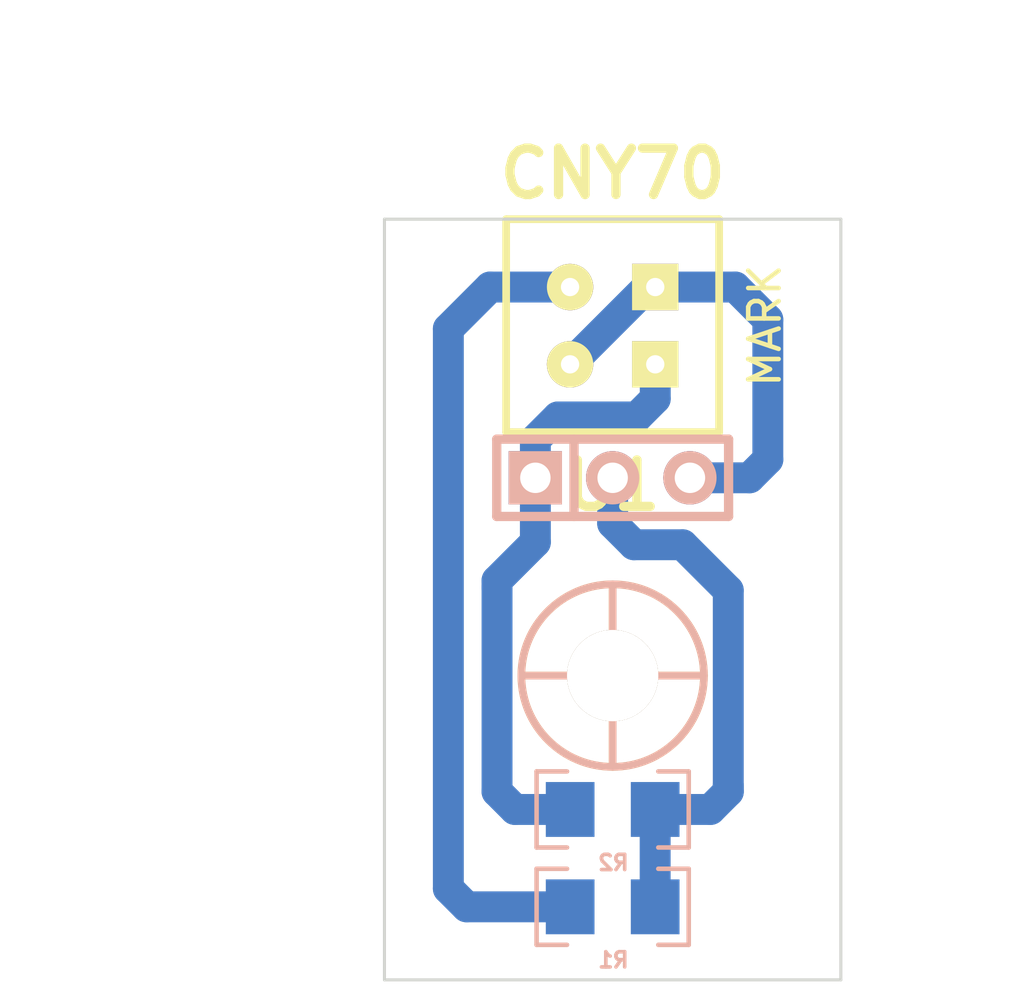
<source format=kicad_pcb>
(kicad_pcb (version 4) (host pcbnew 4.0.1-stable)

  (general
    (links 7)
    (no_connects 0)
    (area 144.949999 93.949999 160.050001 119.050001)
    (thickness 1.6)
    (drawings 7)
    (tracks 35)
    (zones 0)
    (modules 5)
    (nets 5)
  )

  (page A4)
  (title_block
    (title "Sensor Tatami CNY70 ")
    (date 22/04/2017)
    (rev 1.0)
    (company "E.E.S.T. N°5")
  )

  (layers
    (0 F.Cu signal hide)
    (31 B.Cu signal)
    (32 B.Adhes user hide)
    (33 F.Adhes user hide)
    (34 B.Paste user hide)
    (35 F.Paste user hide)
    (36 B.SilkS user)
    (37 F.SilkS user)
    (38 B.Mask user hide)
    (39 F.Mask user hide)
    (40 Dwgs.User user)
    (41 Cmts.User user hide)
    (42 Eco1.User user hide)
    (43 Eco2.User user hide)
    (44 Edge.Cuts user)
    (45 Margin user hide)
    (46 B.CrtYd user hide)
    (47 F.CrtYd user hide)
    (48 B.Fab user hide)
    (49 F.Fab user hide)
  )

  (setup
    (last_trace_width 0.381)
    (user_trace_width 0.508)
    (user_trace_width 0.635)
    (user_trace_width 0.762)
    (user_trace_width 1.016)
    (user_trace_width 1.524)
    (user_trace_width 1.778)
    (trace_clearance 0.381)
    (zone_clearance 0.508)
    (zone_45_only no)
    (trace_min 0.381)
    (segment_width 0.2)
    (edge_width 0.1)
    (via_size 0.6)
    (via_drill 0.4)
    (via_min_size 0.4)
    (via_min_drill 0.3)
    (uvia_size 0.3)
    (uvia_drill 0.1)
    (uvias_allowed no)
    (uvia_min_size 0.2)
    (uvia_min_drill 0.1)
    (pcb_text_width 0.3)
    (pcb_text_size 1.5 1.5)
    (mod_edge_width 0.15)
    (mod_text_size 1 1)
    (mod_text_width 0.15)
    (pad_size 1.5 1.5)
    (pad_drill 0.6)
    (pad_to_mask_clearance 0)
    (aux_axis_origin 0 0)
    (visible_elements 7FFFFFFF)
    (pcbplotparams
      (layerselection 0x00030_80000001)
      (usegerberextensions false)
      (excludeedgelayer true)
      (linewidth 0.100000)
      (plotframeref false)
      (viasonmask false)
      (mode 1)
      (useauxorigin false)
      (hpglpennumber 1)
      (hpglpenspeed 20)
      (hpglpendiameter 15)
      (hpglpenoverlay 2)
      (psnegative false)
      (psa4output false)
      (plotreference true)
      (plotvalue true)
      (plotinvisibletext false)
      (padsonsilk false)
      (subtractmaskfromsilk false)
      (outputformat 1)
      (mirror false)
      (drillshape 1)
      (scaleselection 1)
      (outputdirectory ""))
  )

  (net 0 "")
  (net 1 /OUT)
  (net 2 VCC)
  (net 3 GND)
  (net 4 "Net-(R1-Pad2)")

  (net_class Default "Esta es la clase de red por defecto."
    (clearance 0.381)
    (trace_width 0.381)
    (via_dia 0.6)
    (via_drill 0.4)
    (uvia_dia 0.3)
    (uvia_drill 0.1)
    (add_net /OUT)
    (add_net GND)
    (add_net "Net-(R1-Pad2)")
    (add_net VCC)
  )

  (module EESTN5:hole_3mm (layer F.Cu) (tedit 593885F0) (tstamp 59380B5D)
    (at 152.5 109)
    (descr "Hole 3mm")
    (path /59380A72)
    (fp_text reference H1 (at 0 -3.302) (layer F.SilkS) hide
      (effects (font (thickness 0.3048)))
    )
    (fp_text value Mounting_Hole (at 0 12) (layer F.SilkS) hide
      (effects (font (thickness 0.3048)))
    )
    (fp_line (start 0 -3) (end 0 3) (layer B.SilkS) (width 0.254))
    (fp_line (start -3 0) (end 3 0) (layer B.SilkS) (width 0.254))
    (fp_circle (center 0 0) (end 3 0) (layer B.SilkS) (width 0.254))
    (fp_circle (center 0 0) (end 3 0) (layer F.SilkS) (width 0.254))
    (fp_line (start -3 0) (end 3 0) (layer F.SilkS) (width 0.254))
    (fp_line (start 0 -3) (end 0 3) (layer F.SilkS) (width 0.254))
    (pad 1 thru_hole circle (at 0 0) (size 3 3) (drill 3) (layers *.Cu F.SilkS))
    (model walter/details/hole.wrl
      (at (xyz 0 0 0))
      (scale (xyz 1 1 1))
      (rotate (xyz 0 0 0))
    )
  )

  (module EESTN5:R_1206 (layer B.Cu) (tedit 57FAE954) (tstamp 59380B6A)
    (at 152.5 116.6)
    (descr "SMT resistor, 1206")
    (path /59380BA8)
    (fp_text reference R1 (at 0.0254 1.75) (layer B.SilkS)
      (effects (font (size 0.50038 0.50038) (thickness 0.11938)) (justify mirror))
    )
    (fp_text value R (at 0 -1.27) (layer B.SilkS) hide
      (effects (font (size 0.50038 0.50038) (thickness 0.11938)) (justify mirror))
    )
    (fp_line (start 1.5 1.25) (end 2.5 1.25) (layer B.SilkS) (width 0.15))
    (fp_line (start 1.5 -1.25) (end 2.5 -1.25) (layer B.SilkS) (width 0.15))
    (fp_line (start 2.5 -1.25) (end 2.5 1.25) (layer B.SilkS) (width 0.15))
    (fp_line (start -2.5 1.25) (end -2.5 -1.25) (layer B.SilkS) (width 0.15))
    (fp_line (start -2.5 -1.25) (end -1.5 -1.25) (layer B.SilkS) (width 0.15))
    (fp_line (start -1.5 1.25) (end -2.5 1.25) (layer B.SilkS) (width 0.15))
    (pad 1 smd rect (at 1.397 0) (size 1.6002 1.8034) (layers B.Cu B.Paste B.Mask)
      (net 2 VCC))
    (pad 2 smd rect (at -1.397 0) (size 1.6002 1.8034) (layers B.Cu B.Paste B.Mask)
      (net 4 "Net-(R1-Pad2)"))
    (model R_1206.wrl
      (at (xyz 0 0 0))
      (scale (xyz 1 1 1))
      (rotate (xyz 0 0 0))
    )
  )

  (module EESTN5:R_1206 (layer B.Cu) (tedit 57FAE954) (tstamp 59380B70)
    (at 152.5 113.4)
    (descr "SMT resistor, 1206")
    (path /59380BD9)
    (fp_text reference R2 (at 0.0254 1.75) (layer B.SilkS)
      (effects (font (size 0.50038 0.50038) (thickness 0.11938)) (justify mirror))
    )
    (fp_text value R (at 0 -1.27) (layer B.SilkS) hide
      (effects (font (size 0.50038 0.50038) (thickness 0.11938)) (justify mirror))
    )
    (fp_line (start 1.5 1.25) (end 2.5 1.25) (layer B.SilkS) (width 0.15))
    (fp_line (start 1.5 -1.25) (end 2.5 -1.25) (layer B.SilkS) (width 0.15))
    (fp_line (start 2.5 -1.25) (end 2.5 1.25) (layer B.SilkS) (width 0.15))
    (fp_line (start -2.5 1.25) (end -2.5 -1.25) (layer B.SilkS) (width 0.15))
    (fp_line (start -2.5 -1.25) (end -1.5 -1.25) (layer B.SilkS) (width 0.15))
    (fp_line (start -1.5 1.25) (end -2.5 1.25) (layer B.SilkS) (width 0.15))
    (pad 1 smd rect (at 1.397 0) (size 1.6002 1.8034) (layers B.Cu B.Paste B.Mask)
      (net 2 VCC))
    (pad 2 smd rect (at -1.397 0) (size 1.6002 1.8034) (layers B.Cu B.Paste B.Mask)
      (net 1 /OUT))
    (model R_1206.wrl
      (at (xyz 0 0 0))
      (scale (xyz 1 1 1))
      (rotate (xyz 0 0 0))
    )
  )

  (module EESTN5:CNY70 (layer F.Cu) (tedit 582AF4DE) (tstamp 59380B78)
    (at 152.5 97.5)
    (descr CNY70)
    (tags CNY70)
    (path /59038749)
    (fp_text reference U1 (at 0 5.25) (layer F.SilkS)
      (effects (font (thickness 0.3048)))
    )
    (fp_text value CNY70 (at 0 -5) (layer F.SilkS)
      (effects (font (thickness 0.3048)))
    )
    (fp_text user MARK (at 5 0 90) (layer F.SilkS)
      (effects (font (size 1 1) (thickness 0.15)))
    )
    (fp_line (start -3.5 -3.5) (end -3.5 3.5) (layer F.SilkS) (width 0.254))
    (fp_line (start 3.5 -3.5) (end 3.5 3.5) (layer F.SilkS) (width 0.254))
    (fp_line (start -3.5 -3.5) (end 3.5 -3.5) (layer F.SilkS) (width 0.254))
    (fp_line (start 3.5 3.5) (end -3.5 3.5) (layer F.SilkS) (width 0.254))
    (pad 1 thru_hole circle (at -1.4 -1.27) (size 1.524 1.524) (drill 0.6) (layers *.Cu *.Mask F.SilkS)
      (net 4 "Net-(R1-Pad2)"))
    (pad 2 thru_hole circle (at -1.4 1.27) (size 1.524 1.524) (drill 0.6) (layers *.Cu *.Mask F.SilkS)
      (net 3 GND))
    (pad 3 thru_hole rect (at 1.4 1.27) (size 1.524 1.524) (drill 0.6) (layers *.Cu *.Mask F.SilkS)
      (net 1 /OUT))
    (pad 4 thru_hole rect (at 1.4 -1.27) (size 1.524 1.524) (drill 0.6) (layers *.Cu *.Mask F.SilkS)
      (net 3 GND))
    (model CNY70.wrl
      (at (xyz 0 0 0.005))
      (scale (xyz 0.393701 0.393701 0.393701))
      (rotate (xyz -90 0 180))
    )
  )

  (module EESTN5:Pin_Strip_3 (layer B.Cu) (tedit 59361220) (tstamp 59380B64)
    (at 152.5 102.5)
    (descr "Pin strip 3x2pin")
    (tags "CONN DEV")
    (path /590C7253)
    (fp_text reference J1 (at 0 2.7) (layer B.SilkS) hide
      (effects (font (size 1.5 1.5) (thickness 0.3)) (justify mirror))
    )
    (fp_text value TB_1X3 (at 0.2 4.2) (layer B.SilkS) hide
      (effects (font (size 1.016 0.889) (thickness 0.2032)) (justify mirror))
    )
    (fp_line (start 3.81 1.27) (end 3.81 -1.27) (layer B.SilkS) (width 0.3048))
    (fp_line (start 3.81 -1.27) (end -3.81 -1.27) (layer B.SilkS) (width 0.3048))
    (fp_line (start -3.81 1.27) (end 3.81 1.27) (layer B.SilkS) (width 0.3048))
    (fp_line (start -1.27 1.27) (end -1.27 -1.27) (layer B.SilkS) (width 0.3048))
    (fp_line (start -3.81 1.27) (end -3.81 -1.27) (layer B.SilkS) (width 0.3048))
    (pad 1 thru_hole rect (at -2.54 0) (size 1.75 1.75) (drill 1) (layers *.Cu *.Mask B.SilkS)
      (net 1 /OUT))
    (pad 2 thru_hole oval (at 0 0) (size 1.75 1.75) (drill 1) (layers *.Cu *.Mask B.SilkS)
      (net 2 VCC))
    (pad 3 thru_hole oval (at 2.54 0) (size 1.75 1.75) (drill 1) (layers *.Cu *.Mask B.SilkS)
      (net 3 GND))
    (model Pin_Strip_3_2.54.wrl
      (at (xyz 0 0 0))
      (scale (xyz 1 1 1))
      (rotate (xyz 0 0 0))
    )
  )

  (dimension 3 (width 0.3) (layer Dwgs.User)
    (gr_text 3,000mm (at 167 109 270) (layer Dwgs.User)
      (effects (font (size 1.5 1.5) (thickness 0.3)))
    )
    (feature1 (pts (xy 152.5 110.5) (xy 164.7 110.5)))
    (feature2 (pts (xy 152.5 107.5) (xy 164.7 107.5)))
    (crossbar (pts (xy 162 107.5) (xy 162 110.5)))
    (arrow1a (pts (xy 162 110.5) (xy 161.413579 109.373496)))
    (arrow1b (pts (xy 162 110.5) (xy 162.586421 109.373496)))
    (arrow2a (pts (xy 162 107.5) (xy 161.413579 108.626504)))
    (arrow2b (pts (xy 162 107.5) (xy 162.586421 108.626504)))
  )
  (dimension 15 (width 0.3) (layer Dwgs.User)
    (gr_text 15,000mm (at 152.6 88) (layer Dwgs.User)
      (effects (font (size 1.5 1.5) (thickness 0.3)))
    )
    (feature1 (pts (xy 160 95) (xy 160 90)))
    (feature2 (pts (xy 145 95) (xy 145 90)))
    (crossbar (pts (xy 145 90) (xy 160 90)))
    (arrow1a (pts (xy 160 90) (xy 158.873496 90.586421)))
    (arrow1b (pts (xy 160 90) (xy 158.873496 89.413579)))
    (arrow2a (pts (xy 145 90) (xy 146.126504 90.586421)))
    (arrow2b (pts (xy 145 90) (xy 146.126504 89.413579)))
  )
  (dimension 25 (width 0.3) (layer Dwgs.User)
    (gr_text 25,000mm (at 138.65 106.5 90) (layer Dwgs.User)
      (effects (font (size 1.5 1.5) (thickness 0.3)))
    )
    (feature1 (pts (xy 145 94) (xy 137.3 94)))
    (feature2 (pts (xy 145 119) (xy 137.3 119)))
    (crossbar (pts (xy 140 119) (xy 140 94)))
    (arrow1a (pts (xy 140 94) (xy 140.586421 95.126504)))
    (arrow1b (pts (xy 140 94) (xy 139.413579 95.126504)))
    (arrow2a (pts (xy 140 119) (xy 140.586421 117.873496)))
    (arrow2b (pts (xy 140 119) (xy 139.413579 117.873496)))
  )
  (gr_line (start 145 119) (end 145 94) (angle 90) (layer Edge.Cuts) (width 0.1))
  (gr_line (start 160 119) (end 145 119) (angle 90) (layer Edge.Cuts) (width 0.1))
  (gr_line (start 160 94) (end 160 119) (angle 90) (layer Edge.Cuts) (width 0.1))
  (gr_line (start 145 94) (end 160 94) (angle 90) (layer Edge.Cuts) (width 0.1))

  (segment (start 148.7 106.1) (end 148.7 112.8131) (width 1.016) (layer B.Cu) (net 1))
  (segment (start 148.7 106.1) (end 148.7 105.87582) (width 1.016) (layer B.Cu) (net 1))
  (segment (start 148.7 105.87582) (end 149.96 104.61582) (width 1.016) (layer B.Cu) (net 1))
  (segment (start 149.96 104.61582) (end 149.96 102.5) (width 1.016) (layer B.Cu) (net 1))
  (segment (start 148.7 112.8131) (end 149.2869 113.4) (width 1.016) (layer B.Cu) (net 1))
  (segment (start 149.2869 113.4) (end 151.103 113.4) (width 1.016) (layer B.Cu) (net 1))
  (segment (start 153.9 99.9) (end 153.9 98.77) (width 1.016) (layer B.Cu) (net 1))
  (segment (start 150.7 100.5) (end 153.3 100.5) (width 1.016) (layer B.Cu) (net 1))
  (segment (start 153.3 100.5) (end 153.9 99.9) (width 1.016) (layer B.Cu) (net 1))
  (segment (start 149.96 102.5) (end 149.96 101.24) (width 1.016) (layer B.Cu) (net 1))
  (segment (start 149.96 101.24) (end 150.7 100.5) (width 1.016) (layer B.Cu) (net 1))
  (segment (start 156.3 112.8131) (end 156.3 106.2) (width 1.016) (layer B.Cu) (net 2))
  (segment (start 156.3 106.2) (end 154.8 104.7) (width 1.016) (layer B.Cu) (net 2))
  (segment (start 154.8 104.7) (end 153.2 104.7) (width 1.016) (layer B.Cu) (net 2))
  (segment (start 153.2 104.7) (end 152.5 104) (width 1.016) (layer B.Cu) (net 2))
  (segment (start 152.5 104) (end 152.5 102.5) (width 1.016) (layer B.Cu) (net 2))
  (segment (start 153.897 113.4) (end 155.7131 113.4) (width 1.016) (layer B.Cu) (net 2))
  (segment (start 155.7131 113.4) (end 156.3 112.8131) (width 1.016) (layer B.Cu) (net 2))
  (segment (start 156.3 112.8131) (end 156.3 112.6) (width 1.016) (layer B.Cu) (net 2))
  (segment (start 153.897 116.6) (end 153.897 113.4) (width 1.016) (layer B.Cu) (net 2))
  (segment (start 156.3 112.6) (end 156.3 106.8) (width 0.381) (layer B.Cu) (net 2) (tstamp 59388492))
  (segment (start 153.897 116.4) (end 153.897 113.6) (width 0.381) (layer B.Cu) (net 2))
  (segment (start 153.9 96.23) (end 156.53 96.23) (width 1.016) (layer B.Cu) (net 3))
  (segment (start 156.53 96.23) (end 157.6 97.3) (width 1.016) (layer B.Cu) (net 3))
  (segment (start 157.6 97.3) (end 157.6 101.9) (width 1.016) (layer B.Cu) (net 3))
  (segment (start 157.6 101.9) (end 157 102.5) (width 1.016) (layer B.Cu) (net 3))
  (segment (start 157 102.5) (end 155.04 102.5) (width 1.016) (layer B.Cu) (net 3))
  (segment (start 151.1 98.77) (end 153.64 96.23) (width 1.016) (layer B.Cu) (net 3))
  (segment (start 153.64 96.23) (end 153.9 96.23) (width 1.016) (layer B.Cu) (net 3))
  (segment (start 154.03 96.1) (end 153.9 96.23) (width 0.381) (layer B.Cu) (net 3) (tstamp 59388386))
  (segment (start 147.1 116) (end 147.7 116.6) (width 1.016) (layer B.Cu) (net 4))
  (segment (start 147.7 116.6) (end 151.103 116.6) (width 1.016) (layer B.Cu) (net 4))
  (segment (start 147.1 97.6) (end 147.1 116) (width 1.016) (layer B.Cu) (net 4))
  (segment (start 148.47 96.23) (end 147.1 97.6) (width 1.016) (layer B.Cu) (net 4))
  (segment (start 151.1 96.23) (end 148.47 96.23) (width 1.016) (layer B.Cu) (net 4))

)

</source>
